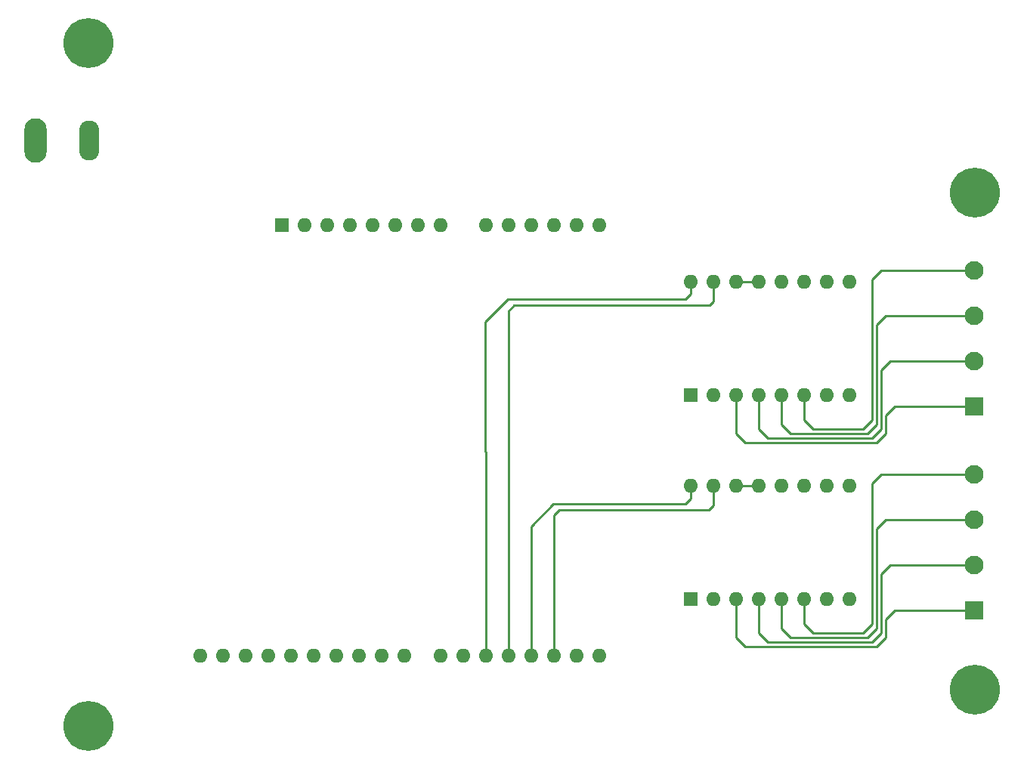
<source format=gbr>
%TF.GenerationSoftware,KiCad,Pcbnew,(5.99.0-11497-g0fb864d596)*%
%TF.CreationDate,2022-01-24T21:34:27-05:00*%
%TF.ProjectId,Main_Board_Ver2,4d61696e-5f42-46f6-9172-645f56657232,rev?*%
%TF.SameCoordinates,Original*%
%TF.FileFunction,Copper,L1,Top*%
%TF.FilePolarity,Positive*%
%FSLAX46Y46*%
G04 Gerber Fmt 4.6, Leading zero omitted, Abs format (unit mm)*
G04 Created by KiCad (PCBNEW (5.99.0-11497-g0fb864d596)) date 2022-01-24 21:34:27*
%MOMM*%
%LPD*%
G01*
G04 APERTURE LIST*
%TA.AperFunction,ComponentPad*%
%ADD10R,1.600000X1.600000*%
%TD*%
%TA.AperFunction,ComponentPad*%
%ADD11O,1.600000X1.600000*%
%TD*%
%TA.AperFunction,ComponentPad*%
%ADD12R,2.100000X2.100000*%
%TD*%
%TA.AperFunction,ComponentPad*%
%ADD13C,2.100000*%
%TD*%
%TA.AperFunction,ComponentPad*%
%ADD14O,2.500000X5.000000*%
%TD*%
%TA.AperFunction,ComponentPad*%
%ADD15O,2.250000X4.500000*%
%TD*%
%TA.AperFunction,ComponentPad*%
%ADD16C,5.600000*%
%TD*%
%TA.AperFunction,Conductor*%
%ADD17C,0.250000*%
%TD*%
%TA.AperFunction,Conductor*%
%ADD18C,0.750000*%
%TD*%
G04 APERTURE END LIST*
D10*
%TO.P,A1,1,NC*%
%TO.N,unconnected-(A1-Pad1)*%
X140843000Y-88900000D03*
D11*
%TO.P,A1,2,IOREF*%
%TO.N,unconnected-(A1-Pad2)*%
X143383000Y-88900000D03*
%TO.P,A1,3,~RESET*%
%TO.N,unconnected-(A1-Pad3)*%
X145923000Y-88900000D03*
%TO.P,A1,4,3V3*%
%TO.N,unconnected-(A1-Pad4)*%
X148463000Y-88900000D03*
%TO.P,A1,5,+5V*%
%TO.N,Uno_5V*%
X151003000Y-88900000D03*
%TO.P,A1,6,GND*%
%TO.N,unconnected-(A1-Pad6)*%
X153543000Y-88900000D03*
%TO.P,A1,7,GND*%
%TO.N,GND_Uno*%
X156083000Y-88900000D03*
%TO.P,A1,8,VIN*%
%TO.N,unconnected-(A1-Pad8)*%
X158623000Y-88900000D03*
%TO.P,A1,9,A0*%
%TO.N,unconnected-(A1-Pad9)*%
X163703000Y-88900000D03*
%TO.P,A1,10,A1*%
%TO.N,unconnected-(A1-Pad10)*%
X166243000Y-88900000D03*
%TO.P,A1,11,A2*%
%TO.N,unconnected-(A1-Pad11)*%
X168783000Y-88900000D03*
%TO.P,A1,12,A3*%
%TO.N,unconnected-(A1-Pad12)*%
X171323000Y-88900000D03*
%TO.P,A1,13,SDA/A4*%
%TO.N,unconnected-(A1-Pad13)*%
X173863000Y-88900000D03*
%TO.P,A1,14,SCL/A5*%
%TO.N,unconnected-(A1-Pad14)*%
X176403000Y-88900000D03*
%TO.P,A1,15,D0/RX*%
%TO.N,unconnected-(A1-Pad15)*%
X176403000Y-137160000D03*
%TO.P,A1,16,D1/TX*%
%TO.N,unconnected-(A1-Pad16)*%
X173863000Y-137160000D03*
%TO.P,A1,17,D2*%
%TO.N,D2*%
X171323000Y-137160000D03*
%TO.P,A1,18,D3*%
%TO.N,D3*%
X168783000Y-137160000D03*
%TO.P,A1,19,D4*%
%TO.N,D4*%
X166243000Y-137160000D03*
%TO.P,A1,20,D5*%
%TO.N,D5*%
X163703000Y-137160000D03*
%TO.P,A1,21,D6*%
%TO.N,unconnected-(A1-Pad21)*%
X161163000Y-137160000D03*
%TO.P,A1,22,D7*%
%TO.N,unconnected-(A1-Pad22)*%
X158623000Y-137160000D03*
%TO.P,A1,23,D8*%
%TO.N,unconnected-(A1-Pad23)*%
X154563000Y-137160000D03*
%TO.P,A1,24,D9*%
%TO.N,unconnected-(A1-Pad24)*%
X152023000Y-137160000D03*
%TO.P,A1,25,D10*%
%TO.N,unconnected-(A1-Pad25)*%
X149483000Y-137160000D03*
%TO.P,A1,26,D11*%
%TO.N,unconnected-(A1-Pad26)*%
X146943000Y-137160000D03*
%TO.P,A1,27,D12*%
%TO.N,unconnected-(A1-Pad27)*%
X144403000Y-137160000D03*
%TO.P,A1,28,D13*%
%TO.N,unconnected-(A1-Pad28)*%
X141863000Y-137160000D03*
%TO.P,A1,29,GND*%
%TO.N,unconnected-(A1-Pad29)*%
X139323000Y-137160000D03*
%TO.P,A1,30,AREF*%
%TO.N,unconnected-(A1-Pad30)*%
X136783000Y-137160000D03*
%TO.P,A1,31,SDA/A4*%
%TO.N,unconnected-(A1-Pad31)*%
X134243000Y-137160000D03*
%TO.P,A1,32,SCL/A5*%
%TO.N,unconnected-(A1-Pad32)*%
X131703000Y-137160000D03*
%TD*%
D10*
%TO.P,A3,1,GND*%
%TO.N,GND_Uno*%
X186690000Y-130810000D03*
D11*
%TO.P,A3,2,VDD*%
%TO.N,Uno_5V*%
X189230000Y-130810000D03*
%TO.P,A3,3,1B*%
%TO.N,Net-(A3-Pad3)*%
X191770000Y-130810000D03*
%TO.P,A3,4,1A*%
%TO.N,Net-(A3-Pad4)*%
X194310000Y-130810000D03*
%TO.P,A3,5,2A*%
%TO.N,Net-(A3-Pad5)*%
X196850000Y-130810000D03*
%TO.P,A3,6,2B*%
%TO.N,Net-(A3-Pad6)*%
X199390000Y-130810000D03*
%TO.P,A3,7,GND*%
%TO.N,GND_Barrel*%
X201930000Y-130810000D03*
%TO.P,A3,8,VMOT*%
%TO.N,12V*%
X204470000Y-130810000D03*
%TO.P,A3,9,~ENABLE*%
%TO.N,unconnected-(A3-Pad9)*%
X204470000Y-118110000D03*
%TO.P,A3,10,MS1*%
%TO.N,unconnected-(A3-Pad10)*%
X201930000Y-118110000D03*
%TO.P,A3,11,MS2*%
%TO.N,unconnected-(A3-Pad11)*%
X199390000Y-118110000D03*
%TO.P,A3,12,MS3*%
%TO.N,unconnected-(A3-Pad12)*%
X196850000Y-118110000D03*
%TO.P,A3,13,~RESET*%
%TO.N,Net-(A3-Pad13)*%
X194310000Y-118110000D03*
%TO.P,A3,14,~SLEEP*%
X191770000Y-118110000D03*
%TO.P,A3,15,STEP*%
%TO.N,D2*%
X189230000Y-118110000D03*
%TO.P,A3,16,DIR*%
%TO.N,D3*%
X186690000Y-118110000D03*
%TD*%
D12*
%TO.P,J3,1,1*%
%TO.N,Net-(A3-Pad3)*%
X218440000Y-132080000D03*
D13*
%TO.P,J3,2,2*%
%TO.N,Net-(A3-Pad4)*%
X218440000Y-127000000D03*
%TO.P,J3,3,3*%
%TO.N,Net-(A3-Pad5)*%
X218440000Y-121920000D03*
%TO.P,J3,4,4*%
%TO.N,Net-(A3-Pad6)*%
X218440000Y-116840000D03*
%TD*%
D10*
%TO.P,A2,1,GND*%
%TO.N,GND_Uno*%
X186690000Y-107950000D03*
D11*
%TO.P,A2,2,VDD*%
%TO.N,Uno_5V*%
X189230000Y-107950000D03*
%TO.P,A2,3,1B*%
%TO.N,Net-(A2-Pad3)*%
X191770000Y-107950000D03*
%TO.P,A2,4,1A*%
%TO.N,Net-(A2-Pad4)*%
X194310000Y-107950000D03*
%TO.P,A2,5,2A*%
%TO.N,Net-(A2-Pad5)*%
X196850000Y-107950000D03*
%TO.P,A2,6,2B*%
%TO.N,Net-(A2-Pad6)*%
X199390000Y-107950000D03*
%TO.P,A2,7,GND*%
%TO.N,GND_Barrel*%
X201930000Y-107950000D03*
%TO.P,A2,8,VMOT*%
%TO.N,12V*%
X204470000Y-107950000D03*
%TO.P,A2,9,~ENABLE*%
%TO.N,unconnected-(A2-Pad9)*%
X204470000Y-95250000D03*
%TO.P,A2,10,MS1*%
%TO.N,unconnected-(A2-Pad10)*%
X201930000Y-95250000D03*
%TO.P,A2,11,MS2*%
%TO.N,unconnected-(A2-Pad11)*%
X199390000Y-95250000D03*
%TO.P,A2,12,MS3*%
%TO.N,unconnected-(A2-Pad12)*%
X196850000Y-95250000D03*
%TO.P,A2,13,~RESET*%
%TO.N,Net-(A2-Pad13)*%
X194310000Y-95250000D03*
%TO.P,A2,14,~SLEEP*%
X191770000Y-95250000D03*
%TO.P,A2,15,STEP*%
%TO.N,D4*%
X189230000Y-95250000D03*
%TO.P,A2,16,DIR*%
%TO.N,D5*%
X186690000Y-95250000D03*
%TD*%
D12*
%TO.P,J2,1,1*%
%TO.N,Net-(A2-Pad3)*%
X218440000Y-109220000D03*
D13*
%TO.P,J2,2,2*%
%TO.N,Net-(A2-Pad4)*%
X218440000Y-104140000D03*
%TO.P,J2,3,3*%
%TO.N,Net-(A2-Pad5)*%
X218440000Y-99060000D03*
%TO.P,J2,4,4*%
%TO.N,Net-(A2-Pad6)*%
X218440000Y-93980000D03*
%TD*%
D14*
%TO.P,J1,1*%
%TO.N,12V*%
X113284000Y-79375000D03*
D15*
%TO.P,J1,2*%
%TO.N,GND_Barrel*%
X119284000Y-79375000D03*
%TD*%
D16*
%TO.P,REF\u002A\u002A,1*%
%TO.N,N/C*%
X119250000Y-68500000D03*
%TD*%
%TO.P,REF\u002A\u002A,1*%
%TO.N,N/C*%
X119250000Y-145000000D03*
%TD*%
%TO.P,REF\u002A\u002A,1*%
%TO.N,N/C*%
X218500000Y-141000000D03*
%TD*%
%TO.P,REF\u002A\u002A,1*%
%TO.N,N/C*%
X218500000Y-85250000D03*
%TD*%
D17*
%TO.N,D2*%
X189230000Y-118110000D02*
X189230000Y-120295000D01*
X188750000Y-120775000D02*
X171975000Y-120775000D01*
X189230000Y-120295000D02*
X188750000Y-120775000D01*
X171323000Y-137160000D02*
X171323000Y-121427000D01*
X171323000Y-121427000D02*
X171975000Y-120775000D01*
%TO.N,D3*%
X186690000Y-119510000D02*
X186075000Y-120125000D01*
X186075000Y-120125000D02*
X171425000Y-120125000D01*
X168783000Y-122633000D02*
X171291000Y-120125000D01*
X168783000Y-122633000D02*
X168783000Y-137160000D01*
X186690000Y-118110000D02*
X186690000Y-119510000D01*
X171291000Y-120125000D02*
X171425000Y-120125000D01*
%TO.N,D4*%
X166243000Y-113932000D02*
X166243000Y-137160000D01*
X189230000Y-95235000D02*
X189230000Y-97420000D01*
X188777000Y-97873000D02*
X188862500Y-97787500D01*
X166902000Y-97873000D02*
X188777000Y-97873000D01*
X166250000Y-113925000D02*
X166250000Y-98525000D01*
X166250000Y-113925000D02*
X166243000Y-113932000D01*
X166250000Y-114258000D02*
X166250000Y-113925000D01*
X189230000Y-97420000D02*
X188862500Y-97787500D01*
X166250000Y-98525000D02*
X166902000Y-97873000D01*
%TO.N,D5*%
X186096500Y-97228500D02*
X166208000Y-97228500D01*
X166208000Y-97228500D02*
X163700000Y-99736500D01*
X163700000Y-114263500D02*
X163703000Y-114266500D01*
X163700000Y-99736500D02*
X163700000Y-114263500D01*
X186690000Y-96635000D02*
X186096500Y-97228500D01*
X186690000Y-95235000D02*
X186690000Y-96635000D01*
X163703000Y-114266500D02*
X163703000Y-137160000D01*
%TO.N,Uno_5V*%
X189164000Y-130744000D02*
X189230000Y-130810000D01*
X189164000Y-107884000D02*
X189230000Y-107950000D01*
%TO.N,Net-(A2-Pad13)*%
X194310000Y-95250000D02*
X191770000Y-95250000D01*
%TO.N,Net-(A2-Pad6)*%
X208026000Y-93980000D02*
X218440000Y-93980000D01*
X207010000Y-110744000D02*
X207010000Y-94996000D01*
X199390000Y-110744000D02*
X200406000Y-111760000D01*
X205994000Y-111760000D02*
X207010000Y-110744000D01*
X207010000Y-94996000D02*
X208026000Y-93980000D01*
X200406000Y-111760000D02*
X205994000Y-111760000D01*
X199390000Y-107950000D02*
X199390000Y-110744000D01*
%TO.N,Net-(A2-Pad5)*%
X196850000Y-107950000D02*
X196850000Y-111252000D01*
X207518000Y-100076000D02*
X208534000Y-99060000D01*
X197866000Y-112268000D02*
X206502000Y-112268000D01*
X208534000Y-99060000D02*
X218440000Y-99060000D01*
X196850000Y-111252000D02*
X197866000Y-112268000D01*
X207518000Y-111252000D02*
X207518000Y-100076000D01*
X206502000Y-112268000D02*
X207518000Y-111252000D01*
%TO.N,Net-(A2-Pad4)*%
X208026000Y-111760000D02*
X208026000Y-105156000D01*
X194310000Y-111760000D02*
X195326000Y-112776000D01*
X207010000Y-112776000D02*
X208026000Y-111760000D01*
X208026000Y-105156000D02*
X209042000Y-104140000D01*
X209042000Y-104140000D02*
X218440000Y-104140000D01*
X194310000Y-107950000D02*
X194310000Y-111760000D01*
X195326000Y-112776000D02*
X207010000Y-112776000D01*
%TO.N,Net-(A2-Pad3)*%
X208534000Y-112268000D02*
X208534000Y-110236000D01*
X191770000Y-107950000D02*
X191770000Y-112268000D01*
X209550000Y-109220000D02*
X218440000Y-109220000D01*
X191770000Y-112268000D02*
X192786000Y-113284000D01*
X192786000Y-113284000D02*
X207518000Y-113284000D01*
X207518000Y-113284000D02*
X208534000Y-112268000D01*
X208534000Y-110236000D02*
X209550000Y-109220000D01*
%TO.N,Net-(A3-Pad3)*%
X191770000Y-130810000D02*
X191770000Y-135128000D01*
X191770000Y-135128000D02*
X192786000Y-136144000D01*
X192786000Y-136144000D02*
X207518000Y-136144000D01*
X208534000Y-133096000D02*
X209550000Y-132080000D01*
X207518000Y-136144000D02*
X208534000Y-135128000D01*
X208534000Y-135128000D02*
X208534000Y-133096000D01*
X209550000Y-132080000D02*
X218440000Y-132080000D01*
%TO.N,Net-(A3-Pad4)*%
X194310000Y-130810000D02*
X194310000Y-134620000D01*
X209042000Y-127000000D02*
X218440000Y-127000000D01*
X194310000Y-134620000D02*
X195326000Y-135636000D01*
X208026000Y-134620000D02*
X208026000Y-128016000D01*
X207010000Y-135636000D02*
X208026000Y-134620000D01*
X208026000Y-128016000D02*
X209042000Y-127000000D01*
X195326000Y-135636000D02*
X207010000Y-135636000D01*
%TO.N,Net-(A3-Pad5)*%
X196850000Y-130810000D02*
X196850000Y-134112000D01*
X208534000Y-121920000D02*
X218440000Y-121920000D01*
X207518000Y-134112000D02*
X207518000Y-122936000D01*
X206502000Y-135128000D02*
X207518000Y-134112000D01*
X196850000Y-134112000D02*
X197866000Y-135128000D01*
X197866000Y-135128000D02*
X206502000Y-135128000D01*
X207518000Y-122936000D02*
X208534000Y-121920000D01*
%TO.N,Net-(A3-Pad13)*%
X194310000Y-118110000D02*
X191770000Y-118110000D01*
%TO.N,Net-(A3-Pad6)*%
X199390000Y-130810000D02*
X199390000Y-133604000D01*
X207010000Y-117856000D02*
X208026000Y-116840000D01*
X205994000Y-134620000D02*
X207010000Y-133604000D01*
X207010000Y-133604000D02*
X207010000Y-117856000D01*
X200406000Y-134620000D02*
X205994000Y-134620000D01*
X208026000Y-116840000D02*
X218440000Y-116840000D01*
X199390000Y-133604000D02*
X200406000Y-134620000D01*
D18*
%TO.N,12V*%
X204531000Y-107889000D02*
X204470000Y-107950000D01*
X204531000Y-130749000D02*
X204470000Y-130810000D01*
%TD*%
M02*

</source>
